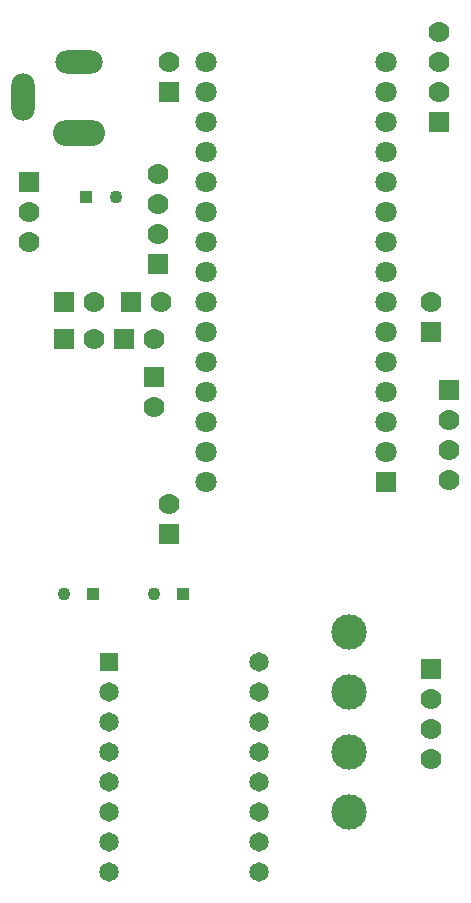
<source format=gbr>
%TF.GenerationSoftware,KiCad,Pcbnew,6.0.0*%
%TF.CreationDate,2022-01-29T03:06:04+03:00*%
%TF.ProjectId,pump,70756d70-2e6b-4696-9361-645f70636258,rev?*%
%TF.SameCoordinates,Original*%
%TF.FileFunction,Soldermask,Bot*%
%TF.FilePolarity,Negative*%
%FSLAX46Y46*%
G04 Gerber Fmt 4.6, Leading zero omitted, Abs format (unit mm)*
G04 Created by KiCad (PCBNEW 6.0.0) date 2022-01-29 03:06:04*
%MOMM*%
%LPD*%
G01*
G04 APERTURE LIST*
G04 Aperture macros list*
%AMRoundRect*
0 Rectangle with rounded corners*
0 $1 Rounding radius*
0 $2 $3 $4 $5 $6 $7 $8 $9 X,Y pos of 4 corners*
0 Add a 4 corners polygon primitive as box body*
4,1,4,$2,$3,$4,$5,$6,$7,$8,$9,$2,$3,0*
0 Add four circle primitives for the rounded corners*
1,1,$1+$1,$2,$3*
1,1,$1+$1,$4,$5*
1,1,$1+$1,$6,$7*
1,1,$1+$1,$8,$9*
0 Add four rect primitives between the rounded corners*
20,1,$1+$1,$2,$3,$4,$5,0*
20,1,$1+$1,$4,$5,$6,$7,0*
20,1,$1+$1,$6,$7,$8,$9,0*
20,1,$1+$1,$8,$9,$2,$3,0*%
G04 Aperture macros list end*
%ADD10R,1.778000X1.778000*%
%ADD11RoundRect,0.889000X0.000000X0.000000X0.000000X0.000000X0.000000X0.000000X0.000000X0.000000X0*%
%ADD12O,2.000000X4.000000*%
%ADD13O,4.000000X2.000000*%
%ADD14O,4.400000X2.200000*%
%ADD15RoundRect,0.889000X0.000000X0.000000X0.000000X0.000000X0.000000X0.000000X0.000000X0.000000X0*%
%ADD16R,1.650000X1.650000*%
%ADD17C,1.650000*%
%ADD18R,1.800000X1.800000*%
%ADD19C,1.800000*%
%ADD20RoundRect,0.889000X0.000000X0.000000X0.000000X0.000000X0.000000X0.000000X0.000000X0.000000X0*%
%ADD21C,3.000000*%
%ADD22C,1.100000*%
%ADD23R,1.100000X1.100000*%
G04 APERTURE END LIST*
D10*
%TO.C,J10*%
X106045000Y-78105000D03*
D11*
X106045000Y-75565000D03*
%TD*%
D12*
%TO.C,J1*%
X93725000Y-41100000D03*
D13*
X98425000Y-38100000D03*
D14*
X98425000Y-44100000D03*
%TD*%
D10*
%TO.C,R3*%
X128270000Y-60960000D03*
D11*
X128270000Y-58420000D03*
%TD*%
D10*
%TO.C,R2*%
X102870000Y-58420000D03*
D15*
X105410000Y-58420000D03*
%TD*%
D10*
%TO.C,R1*%
X102235000Y-61595000D03*
D15*
X104775000Y-61595000D03*
%TD*%
D10*
%TO.C,D2*%
X97155000Y-58420000D03*
D15*
X99695000Y-58420000D03*
%TD*%
D10*
%TO.C,D1*%
X97155000Y-61595000D03*
D15*
X99695000Y-61595000D03*
%TD*%
D16*
%TO.C,U2*%
X100965000Y-88900000D03*
D17*
X100965000Y-91440000D03*
X100965000Y-93980000D03*
X100965000Y-96520000D03*
X100965000Y-99060000D03*
X100965000Y-101600000D03*
X100965000Y-104140000D03*
X100965000Y-106680000D03*
X113665000Y-106680000D03*
X113665000Y-104140000D03*
X113665000Y-101600000D03*
X113665000Y-99060000D03*
X113665000Y-96520000D03*
X113665000Y-93980000D03*
X113665000Y-91440000D03*
X113665000Y-88900000D03*
%TD*%
D18*
%TO.C,TB1*%
X124460000Y-73660000D03*
D19*
X124460000Y-71120000D03*
X124460000Y-68580000D03*
X124460000Y-66040000D03*
X124460000Y-63500000D03*
X124460000Y-60960000D03*
X124460000Y-58420000D03*
X124460000Y-55880000D03*
X124460000Y-53340000D03*
X124460000Y-50800000D03*
X124460000Y-48260000D03*
X124460000Y-45720000D03*
X124460000Y-43180000D03*
X124460000Y-40640000D03*
X124460000Y-38100000D03*
X109220000Y-38100000D03*
X109220000Y-40640000D03*
X109220000Y-43180000D03*
X109220000Y-45720000D03*
X109220000Y-48260000D03*
X109220000Y-50800000D03*
X109220000Y-53340000D03*
X109220000Y-55880000D03*
X109220000Y-58420000D03*
X109220000Y-60960000D03*
X109220000Y-63500000D03*
X109220000Y-66040000D03*
X109220000Y-68580000D03*
X109220000Y-71120000D03*
X109220000Y-73660000D03*
%TD*%
D10*
%TO.C,J9*%
X128270000Y-89535000D03*
D20*
X128270000Y-92075000D03*
X128270000Y-94615000D03*
X128270000Y-97155000D03*
%TD*%
D21*
%TO.C,J8*%
X121285000Y-101600000D03*
X121285000Y-96520000D03*
X121285000Y-91440000D03*
X121285000Y-86360000D03*
%TD*%
D10*
%TO.C,J7*%
X104775000Y-64770000D03*
D20*
X104775000Y-67310000D03*
%TD*%
D10*
%TO.C,J6*%
X128905000Y-43180000D03*
D11*
X128905000Y-40640000D03*
X128905000Y-38100000D03*
X128905000Y-35560000D03*
%TD*%
D10*
%TO.C,J5*%
X106045000Y-40640000D03*
D11*
X106045000Y-38100000D03*
%TD*%
D10*
%TO.C,J4*%
X129792250Y-65914750D03*
D20*
X129792250Y-68454750D03*
X129792250Y-70994750D03*
X129792250Y-73534750D03*
%TD*%
D10*
%TO.C,J3*%
X105157750Y-55245000D03*
D11*
X105157750Y-52705000D03*
X105157750Y-50165000D03*
X105157750Y-47625000D03*
%TD*%
D10*
%TO.C,J2*%
X94232250Y-48260000D03*
D20*
X94232250Y-50800000D03*
X94232250Y-53340000D03*
%TD*%
D22*
%TO.C,C5*%
X104795000Y-83185000D03*
D23*
X107295000Y-83185000D03*
%TD*%
D22*
%TO.C,C4*%
X97175000Y-83185000D03*
D23*
X99675000Y-83185000D03*
%TD*%
D22*
%TO.C,C2*%
X101580000Y-49530000D03*
D23*
X99080000Y-49530000D03*
%TD*%
M02*

</source>
